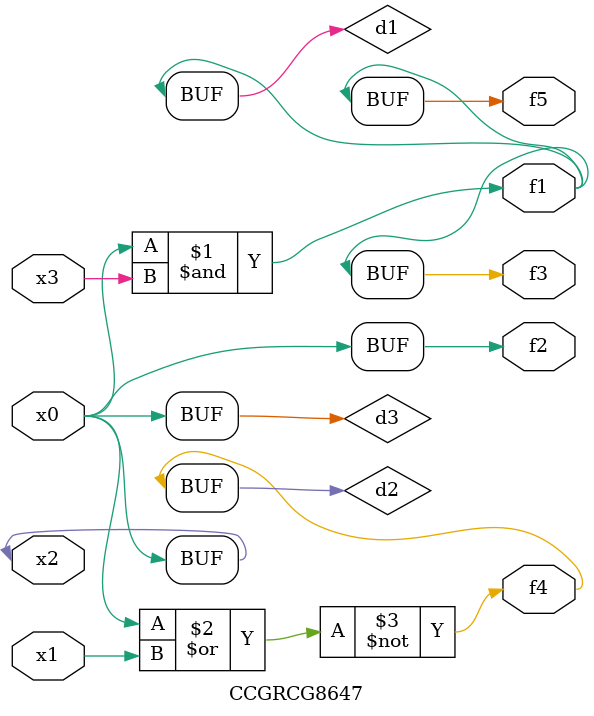
<source format=v>
module CCGRCG8647(
	input x0, x1, x2, x3,
	output f1, f2, f3, f4, f5
);

	wire d1, d2, d3;

	and (d1, x2, x3);
	nor (d2, x0, x1);
	buf (d3, x0, x2);
	assign f1 = d1;
	assign f2 = d3;
	assign f3 = d1;
	assign f4 = d2;
	assign f5 = d1;
endmodule

</source>
